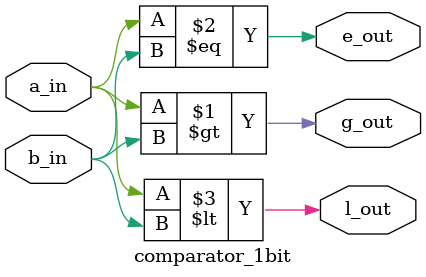
<source format=v>
`timescale 1ns / 1ps


module comparator_1bit(
    input a_in,
    input b_in,
    output g_out,
    output e_out,
    output l_out
    );
    
   assign g_out = a_in > b_in;
   assign e_out = a_in == b_in;
   assign l_out = a_in < b_in;
endmodule

</source>
